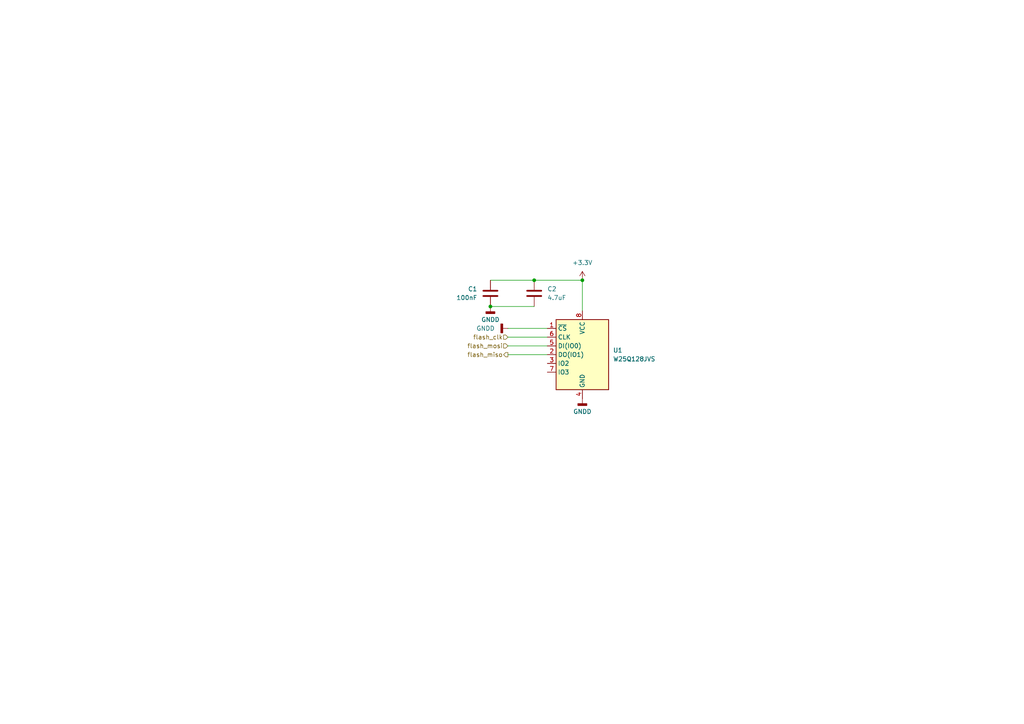
<source format=kicad_sch>
(kicad_sch (version 20231120) (generator "eeschema") (generator_version "8.0")
  (paper "A4")
  (lib_symbols
    (symbol "Device:C" (pin_numbers hide) (pin_names (offset 0.254))
      (property "Reference" "C" (at 0.635 2.54 0))
      (property "Value" "C" (at 0.635 -2.54 0))
      (symbol "C_0_1"
        (polyline (pts (xy -2.032 -0.762) (xy 2.032 -0.762)) (stroke (width 0.508)))
        (polyline (pts (xy -2.032 0.762) (xy 2.032 0.762)) (stroke (width 0.508)))
      )
      (symbol "C_1_1"
        (pin passive line (at 0 3.81 270) (length 2.794) (name "~") (number "1"))
        (pin passive line (at 0 -3.81 90) (length 2.794) (name "~") (number "2"))
      )
    )
    (symbol "Memory_Flash:W25Q128JVS"
      (property "Reference" "U" (at -8.89 8.89 0))
      (property "Value" "W25Q128JVS" (at 7.62 8.89 0))
      (symbol "W25Q128JVS_0_1"
        (rectangle (start -7.62 10.16) (end 7.62 -10.16) (stroke (width 0.254)) (fill (type background)))
      )
      (symbol "W25Q128JVS_1_1"
        (pin input line (at -10.16 7.62 0) (length 2.54) (name "~{CS}") (number "1"))
        (pin bidirectional line (at -10.16 0 0) (length 2.54) (name "DO(IO1)") (number "2"))
        (pin bidirectional line (at -10.16 -2.54 0) (length 2.54) (name "IO2") (number "3"))
        (pin power_in line (at 0 -12.7 90) (length 2.54) (name "GND") (number "4"))
        (pin bidirectional line (at -10.16 2.54 0) (length 2.54) (name "DI(IO0)") (number "5"))
        (pin input line (at -10.16 5.08 0) (length 2.54) (name "CLK") (number "6"))
        (pin bidirectional line (at -10.16 -5.08 0) (length 2.54) (name "IO3") (number "7"))
        (pin power_in line (at 0 12.7 270) (length 2.54) (name "VCC") (number "8"))
      )
    )
    (symbol "power:+3.3V" (power) (pin_numbers hide) (pin_names (offset 0) hide)
      (property "Value" "+3.3V" (at 0 3.556 0))
      (symbol "+3.3V_0_1"
        (polyline (pts (xy -0.762 1.27) (xy 0 2.54)))
        (polyline (pts (xy 0 0) (xy 0 2.54)))
        (polyline (pts (xy 0 2.54) (xy 0.762 1.27)))
      )
      (symbol "+3.3V_1_1"
        (pin power_in line (at 0 0 90) (length 0) (name "~") (number "1"))
      )
    )
    (symbol "power:GNDD" (power) (pin_numbers hide) (pin_names (offset 0) hide)
      (property "Value" "GNDD" (at 0 -3.175 0))
      (symbol "GNDD_0_1"
        (rectangle (start -1.27 -1.524) (end 1.27 -2.032) (stroke (width 0.254)) (fill (type outline)))
        (polyline (pts (xy 0 0) (xy 0 -1.524)))
      )
      (symbol "GNDD_1_1"
        (pin power_in line (at 0 0 270) (length 0) (name "~") (number "1"))
      )
    )
  )
  (junction (at 168.91 81.28))
  (junction (at 142.24 88.9))
  (junction (at 154.94 81.28))
  (wire (pts (xy 142.24 88.9) (xy 154.94 88.9)))
  (wire (pts (xy 147.32 100.33) (xy 158.75 100.33)))
  (wire (pts (xy 168.91 81.28) (xy 168.91 90.17)))
  (wire (pts (xy 147.32 97.79) (xy 158.75 97.79)))
  (wire (pts (xy 147.32 95.25) (xy 158.75 95.25)))
  (wire (pts (xy 147.32 102.87) (xy 158.75 102.87)))
  (wire (pts (xy 154.94 81.28) (xy 168.91 81.28)))
  (wire (pts (xy 142.24 81.28) (xy 154.94 81.28)))
  (hierarchical_label "flash_clk" (shape input) (at 147.32 97.79 180))
  (hierarchical_label "flash_mosi" (shape input) (at 147.32 100.33 180))
  (hierarchical_label "flash_miso" (shape output) (at 147.32 102.87 180))
  (symbol (lib_id "power:GNDD") (at 142.24 88.9 0) (unit 1)
    (property "Reference" "#PWR01" (effects (hide yes)))
    (property "Value" "GNDD" (at 142.24 92.71 0))
    (property "Description" "Power symbol creates a global label with name \"GNDD\" , digital ground" (effects (hide yes)))
  )
  (symbol (lib_id "power:GNDD") (at 147.32 95.25 270) (unit 1)
    (property "Reference" "#PWR02" (effects (hide yes)))
    (property "Value" "GNDD" (at 143.51 95.2499 90) (effects (justify right)))
    (property "Description" "Power symbol creates a global label with name \"GNDD\" , digital ground" (effects (hide yes)))
  )
  (symbol (lib_id "power:+3.3V") (at 168.91 81.28 0) (unit 1)
    (property "Reference" "#PWR03" (effects (hide yes)))
    (property "Value" "+3.3V" (at 168.91 76.2 0))
    (property "Description" "Power symbol creates a global label with name \"+3.3V\"" (effects (hide yes)))
  )
  (symbol (lib_id "Device:C") (at 154.94 85.09 0) (unit 1)
    (property "Reference" "C2" (at 158.75 83.8199 0) (effects (justify left)))
    (property "Value" "4.7uF" (at 158.75 86.3599 0) (effects (justify left)))
    (property "Footprint" "Capacitor_SMD:C_0603_1608Metric_Pad1.08x0.95mm_HandSolder" (effects (hide yes)))
    (property "Description" "Unpolarized capacitor" (effects (hide yes)))
  )
  (symbol (lib_id "power:GNDD") (at 168.91 115.57 0) (unit 1)
    (property "Reference" "#PWR04" (effects (hide yes)))
    (property "Value" "GNDD" (at 168.91 119.38 0))
    (property "Description" "Power symbol creates a global label with name \"GNDD\" , digital ground" (effects (hide yes)))
  )
  (symbol (lib_id "Device:C") (at 142.24 85.09 0) (mirror y) (unit 1)
    (property "Reference" "C1" (at 138.43 83.8199 0) (effects (justify left)))
    (property "Value" "100nF" (at 138.43 86.3599 0) (effects (justify left)))
    (property "Footprint" "Capacitor_SMD:C_0603_1608Metric_Pad1.08x0.95mm_HandSolder" (effects (hide yes)))
    (property "Description" "Unpolarized capacitor" (effects (hide yes)))
  )
  (symbol (lib_id "Memory_Flash:W25Q128JVS") (at 168.91 102.87 0) (unit 1)
    (property "Reference" "U1" (at 177.8 101.5999 0) (effects (justify left)))
    (property "Value" "W25Q128JVS" (at 177.8 104.1399 0) (effects (justify left)))
    (property "Footprint" "Package_SO:SOIC-8_5.23x5.23mm_P1.27mm" (effects (hide yes)))
    (property "Datasheet" "http://www.winbond.com/resource-files/w25q128jv_dtr%20revc%2003272018%20plus.pdf" (effects (hide yes)))
    (property "Description" "128Mb Serial Flash Memory, Standard/Dual/Quad SPI, SOIC-8" (effects (hide yes)))
  )
)
</source>
